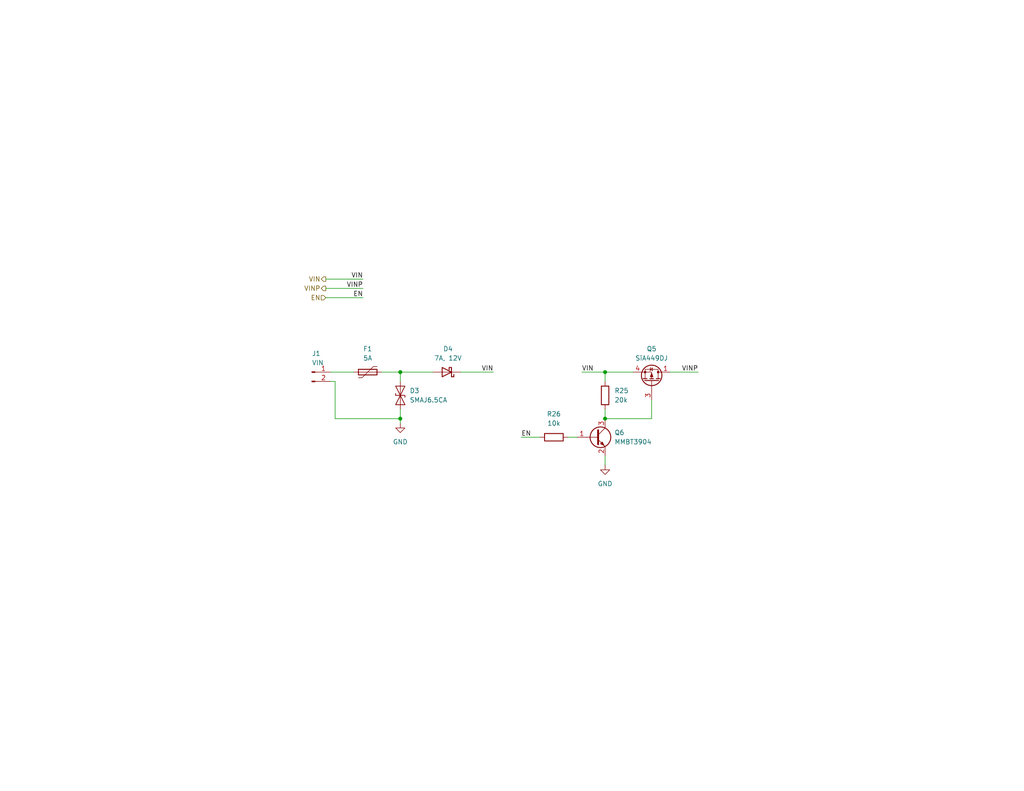
<source format=kicad_sch>
(kicad_sch
	(version 20250114)
	(generator "eeschema")
	(generator_version "9.0")
	(uuid "db08a08c-7ec0-4b5d-9e48-52c241fe8ecd")
	(paper "USLetter")
	(title_block
		(title "I²C-PPS Master Switch")
		(date "2026-02-21")
		(rev "1")
	)
	(lib_symbols
		(symbol "Connector:Conn_01x02_Pin"
			(pin_names
				(offset 1.016)
				(hide yes)
			)
			(exclude_from_sim no)
			(in_bom yes)
			(on_board yes)
			(property "Reference" "J"
				(at 0 2.54 0)
				(effects
					(font
						(size 1.27 1.27)
					)
				)
			)
			(property "Value" "Conn_01x02_Pin"
				(at 0 -5.08 0)
				(effects
					(font
						(size 1.27 1.27)
					)
				)
			)
			(property "Footprint" ""
				(at 0 0 0)
				(effects
					(font
						(size 1.27 1.27)
					)
					(hide yes)
				)
			)
			(property "Datasheet" "~"
				(at 0 0 0)
				(effects
					(font
						(size 1.27 1.27)
					)
					(hide yes)
				)
			)
			(property "Description" "Generic connector, single row, 01x02, script generated"
				(at 0 0 0)
				(effects
					(font
						(size 1.27 1.27)
					)
					(hide yes)
				)
			)
			(property "ki_locked" ""
				(at 0 0 0)
				(effects
					(font
						(size 1.27 1.27)
					)
				)
			)
			(property "ki_keywords" "connector"
				(at 0 0 0)
				(effects
					(font
						(size 1.27 1.27)
					)
					(hide yes)
				)
			)
			(property "ki_fp_filters" "Connector*:*_1x??_*"
				(at 0 0 0)
				(effects
					(font
						(size 1.27 1.27)
					)
					(hide yes)
				)
			)
			(symbol "Conn_01x02_Pin_1_1"
				(rectangle
					(start 0.8636 0.127)
					(end 0 -0.127)
					(stroke
						(width 0.1524)
						(type default)
					)
					(fill
						(type outline)
					)
				)
				(rectangle
					(start 0.8636 -2.413)
					(end 0 -2.667)
					(stroke
						(width 0.1524)
						(type default)
					)
					(fill
						(type outline)
					)
				)
				(polyline
					(pts
						(xy 1.27 0) (xy 0.8636 0)
					)
					(stroke
						(width 0.1524)
						(type default)
					)
					(fill
						(type none)
					)
				)
				(polyline
					(pts
						(xy 1.27 -2.54) (xy 0.8636 -2.54)
					)
					(stroke
						(width 0.1524)
						(type default)
					)
					(fill
						(type none)
					)
				)
				(pin passive line
					(at 5.08 0 180)
					(length 3.81)
					(name "Pin_1"
						(effects
							(font
								(size 1.27 1.27)
							)
						)
					)
					(number "1"
						(effects
							(font
								(size 1.27 1.27)
							)
						)
					)
				)
				(pin passive line
					(at 5.08 -2.54 180)
					(length 3.81)
					(name "Pin_2"
						(effects
							(font
								(size 1.27 1.27)
							)
						)
					)
					(number "2"
						(effects
							(font
								(size 1.27 1.27)
							)
						)
					)
				)
			)
			(embedded_fonts no)
		)
		(symbol "Device:D_Schottky"
			(pin_numbers
				(hide yes)
			)
			(pin_names
				(offset 1.016)
				(hide yes)
			)
			(exclude_from_sim no)
			(in_bom yes)
			(on_board yes)
			(property "Reference" "D"
				(at 0 2.54 0)
				(effects
					(font
						(size 1.27 1.27)
					)
				)
			)
			(property "Value" "D_Schottky"
				(at 0 -2.54 0)
				(effects
					(font
						(size 1.27 1.27)
					)
				)
			)
			(property "Footprint" ""
				(at 0 0 0)
				(effects
					(font
						(size 1.27 1.27)
					)
					(hide yes)
				)
			)
			(property "Datasheet" "~"
				(at 0 0 0)
				(effects
					(font
						(size 1.27 1.27)
					)
					(hide yes)
				)
			)
			(property "Description" "Schottky diode"
				(at 0 0 0)
				(effects
					(font
						(size 1.27 1.27)
					)
					(hide yes)
				)
			)
			(property "ki_keywords" "diode Schottky"
				(at 0 0 0)
				(effects
					(font
						(size 1.27 1.27)
					)
					(hide yes)
				)
			)
			(property "ki_fp_filters" "TO-???* *_Diode_* *SingleDiode* D_*"
				(at 0 0 0)
				(effects
					(font
						(size 1.27 1.27)
					)
					(hide yes)
				)
			)
			(symbol "D_Schottky_0_1"
				(polyline
					(pts
						(xy -1.905 0.635) (xy -1.905 1.27) (xy -1.27 1.27) (xy -1.27 -1.27) (xy -0.635 -1.27) (xy -0.635 -0.635)
					)
					(stroke
						(width 0.254)
						(type default)
					)
					(fill
						(type none)
					)
				)
				(polyline
					(pts
						(xy 1.27 1.27) (xy 1.27 -1.27) (xy -1.27 0) (xy 1.27 1.27)
					)
					(stroke
						(width 0.254)
						(type default)
					)
					(fill
						(type none)
					)
				)
				(polyline
					(pts
						(xy 1.27 0) (xy -1.27 0)
					)
					(stroke
						(width 0)
						(type default)
					)
					(fill
						(type none)
					)
				)
			)
			(symbol "D_Schottky_1_1"
				(pin passive line
					(at -3.81 0 0)
					(length 2.54)
					(name "K"
						(effects
							(font
								(size 1.27 1.27)
							)
						)
					)
					(number "1"
						(effects
							(font
								(size 1.27 1.27)
							)
						)
					)
				)
				(pin passive line
					(at 3.81 0 180)
					(length 2.54)
					(name "A"
						(effects
							(font
								(size 1.27 1.27)
							)
						)
					)
					(number "2"
						(effects
							(font
								(size 1.27 1.27)
							)
						)
					)
				)
			)
			(embedded_fonts no)
		)
		(symbol "Device:Polyfuse"
			(pin_numbers
				(hide yes)
			)
			(pin_names
				(offset 0)
			)
			(exclude_from_sim no)
			(in_bom yes)
			(on_board yes)
			(property "Reference" "F"
				(at -2.54 0 90)
				(effects
					(font
						(size 1.27 1.27)
					)
				)
			)
			(property "Value" "Polyfuse"
				(at 2.54 0 90)
				(effects
					(font
						(size 1.27 1.27)
					)
				)
			)
			(property "Footprint" ""
				(at 1.27 -5.08 0)
				(effects
					(font
						(size 1.27 1.27)
					)
					(justify left)
					(hide yes)
				)
			)
			(property "Datasheet" "~"
				(at 0 0 0)
				(effects
					(font
						(size 1.27 1.27)
					)
					(hide yes)
				)
			)
			(property "Description" "Resettable fuse, polymeric positive temperature coefficient"
				(at 0 0 0)
				(effects
					(font
						(size 1.27 1.27)
					)
					(hide yes)
				)
			)
			(property "ki_keywords" "resettable fuse PTC PPTC polyfuse polyswitch"
				(at 0 0 0)
				(effects
					(font
						(size 1.27 1.27)
					)
					(hide yes)
				)
			)
			(property "ki_fp_filters" "*polyfuse* *PTC*"
				(at 0 0 0)
				(effects
					(font
						(size 1.27 1.27)
					)
					(hide yes)
				)
			)
			(symbol "Polyfuse_0_1"
				(polyline
					(pts
						(xy -1.524 2.54) (xy -1.524 1.524) (xy 1.524 -1.524) (xy 1.524 -2.54)
					)
					(stroke
						(width 0)
						(type default)
					)
					(fill
						(type none)
					)
				)
				(rectangle
					(start -0.762 2.54)
					(end 0.762 -2.54)
					(stroke
						(width 0.254)
						(type default)
					)
					(fill
						(type none)
					)
				)
				(polyline
					(pts
						(xy 0 2.54) (xy 0 -2.54)
					)
					(stroke
						(width 0)
						(type default)
					)
					(fill
						(type none)
					)
				)
			)
			(symbol "Polyfuse_1_1"
				(pin passive line
					(at 0 3.81 270)
					(length 1.27)
					(name "~"
						(effects
							(font
								(size 1.27 1.27)
							)
						)
					)
					(number "1"
						(effects
							(font
								(size 1.27 1.27)
							)
						)
					)
				)
				(pin passive line
					(at 0 -3.81 90)
					(length 1.27)
					(name "~"
						(effects
							(font
								(size 1.27 1.27)
							)
						)
					)
					(number "2"
						(effects
							(font
								(size 1.27 1.27)
							)
						)
					)
				)
			)
			(embedded_fonts no)
		)
		(symbol "Device:R"
			(pin_numbers
				(hide yes)
			)
			(pin_names
				(offset 0)
			)
			(exclude_from_sim no)
			(in_bom yes)
			(on_board yes)
			(property "Reference" "R"
				(at 2.032 0 90)
				(effects
					(font
						(size 1.27 1.27)
					)
				)
			)
			(property "Value" "R"
				(at 0 0 90)
				(effects
					(font
						(size 1.27 1.27)
					)
				)
			)
			(property "Footprint" ""
				(at -1.778 0 90)
				(effects
					(font
						(size 1.27 1.27)
					)
					(hide yes)
				)
			)
			(property "Datasheet" "~"
				(at 0 0 0)
				(effects
					(font
						(size 1.27 1.27)
					)
					(hide yes)
				)
			)
			(property "Description" "Resistor"
				(at 0 0 0)
				(effects
					(font
						(size 1.27 1.27)
					)
					(hide yes)
				)
			)
			(property "ki_keywords" "R res resistor"
				(at 0 0 0)
				(effects
					(font
						(size 1.27 1.27)
					)
					(hide yes)
				)
			)
			(property "ki_fp_filters" "R_*"
				(at 0 0 0)
				(effects
					(font
						(size 1.27 1.27)
					)
					(hide yes)
				)
			)
			(symbol "R_0_1"
				(rectangle
					(start -1.016 -2.54)
					(end 1.016 2.54)
					(stroke
						(width 0.254)
						(type default)
					)
					(fill
						(type none)
					)
				)
			)
			(symbol "R_1_1"
				(pin passive line
					(at 0 3.81 270)
					(length 1.27)
					(name "~"
						(effects
							(font
								(size 1.27 1.27)
							)
						)
					)
					(number "1"
						(effects
							(font
								(size 1.27 1.27)
							)
						)
					)
				)
				(pin passive line
					(at 0 -3.81 90)
					(length 1.27)
					(name "~"
						(effects
							(font
								(size 1.27 1.27)
							)
						)
					)
					(number "2"
						(effects
							(font
								(size 1.27 1.27)
							)
						)
					)
				)
			)
			(embedded_fonts no)
		)
		(symbol "Diode:SMAJ6.5CA"
			(pin_numbers
				(hide yes)
			)
			(pin_names
				(offset 1.016)
				(hide yes)
			)
			(exclude_from_sim no)
			(in_bom yes)
			(on_board yes)
			(property "Reference" "D"
				(at 0 2.54 0)
				(effects
					(font
						(size 1.27 1.27)
					)
				)
			)
			(property "Value" "SMAJ6.5CA"
				(at 0 -2.54 0)
				(effects
					(font
						(size 1.27 1.27)
					)
				)
			)
			(property "Footprint" "Diode_SMD:D_SMA"
				(at 0 -5.08 0)
				(effects
					(font
						(size 1.27 1.27)
					)
					(hide yes)
				)
			)
			(property "Datasheet" "https://www.littelfuse.com/media?resourcetype=datasheets&itemid=75e32973-b177-4ee3-a0ff-cedaf1abdb93&filename=smaj-datasheet"
				(at 0 0 0)
				(effects
					(font
						(size 1.27 1.27)
					)
					(hide yes)
				)
			)
			(property "Description" "400W bidirectional Transient Voltage Suppressor, 6.5Vr, SMA(DO-214AC)"
				(at 0 0 0)
				(effects
					(font
						(size 1.27 1.27)
					)
					(hide yes)
				)
			)
			(property "ki_keywords" "bidirectional diode TVS voltage suppressor"
				(at 0 0 0)
				(effects
					(font
						(size 1.27 1.27)
					)
					(hide yes)
				)
			)
			(property "ki_fp_filters" "D*SMA*"
				(at 0 0 0)
				(effects
					(font
						(size 1.27 1.27)
					)
					(hide yes)
				)
			)
			(symbol "SMAJ6.5CA_0_1"
				(polyline
					(pts
						(xy -2.54 -1.27) (xy 0 0) (xy -2.54 1.27) (xy -2.54 -1.27)
					)
					(stroke
						(width 0.2032)
						(type default)
					)
					(fill
						(type none)
					)
				)
				(polyline
					(pts
						(xy 0.508 1.27) (xy 0 1.27) (xy 0 -1.27) (xy -0.508 -1.27)
					)
					(stroke
						(width 0.2032)
						(type default)
					)
					(fill
						(type none)
					)
				)
				(polyline
					(pts
						(xy 1.27 0) (xy -1.27 0)
					)
					(stroke
						(width 0)
						(type default)
					)
					(fill
						(type none)
					)
				)
				(polyline
					(pts
						(xy 2.54 1.27) (xy 2.54 -1.27) (xy 0 0) (xy 2.54 1.27)
					)
					(stroke
						(width 0.2032)
						(type default)
					)
					(fill
						(type none)
					)
				)
			)
			(symbol "SMAJ6.5CA_1_1"
				(pin passive line
					(at -3.81 0 0)
					(length 2.54)
					(name "A1"
						(effects
							(font
								(size 1.27 1.27)
							)
						)
					)
					(number "1"
						(effects
							(font
								(size 1.27 1.27)
							)
						)
					)
				)
				(pin passive line
					(at 3.81 0 180)
					(length 2.54)
					(name "A2"
						(effects
							(font
								(size 1.27 1.27)
							)
						)
					)
					(number "2"
						(effects
							(font
								(size 1.27 1.27)
							)
						)
					)
				)
			)
			(embedded_fonts no)
		)
		(symbol "Transistor_BJT:MMBT3904"
			(pin_names
				(offset 0)
				(hide yes)
			)
			(exclude_from_sim no)
			(in_bom yes)
			(on_board yes)
			(property "Reference" "Q"
				(at 5.08 1.905 0)
				(effects
					(font
						(size 1.27 1.27)
					)
					(justify left)
				)
			)
			(property "Value" "MMBT3904"
				(at 5.08 0 0)
				(effects
					(font
						(size 1.27 1.27)
					)
					(justify left)
				)
			)
			(property "Footprint" "Package_TO_SOT_SMD:SOT-23"
				(at 5.08 -1.905 0)
				(effects
					(font
						(size 1.27 1.27)
						(italic yes)
					)
					(justify left)
					(hide yes)
				)
			)
			(property "Datasheet" "https://www.onsemi.com/pdf/datasheet/pzt3904-d.pdf"
				(at 0 0 0)
				(effects
					(font
						(size 1.27 1.27)
					)
					(justify left)
					(hide yes)
				)
			)
			(property "Description" "0.2A Ic, 40V Vce, Small Signal NPN Transistor, SOT-23"
				(at 0 0 0)
				(effects
					(font
						(size 1.27 1.27)
					)
					(hide yes)
				)
			)
			(property "Sim.Device" "NPN"
				(at 0 0 0)
				(effects
					(font
						(size 1.27 1.27)
					)
					(hide yes)
				)
			)
			(property "Sim.Pins" "1=B 2=E 3=C"
				(at 0 0 0)
				(effects
					(font
						(size 1.27 1.27)
					)
					(hide yes)
				)
			)
			(property "ki_keywords" "NPN Transistor"
				(at 0 0 0)
				(effects
					(font
						(size 1.27 1.27)
					)
					(hide yes)
				)
			)
			(property "ki_fp_filters" "SOT?23*"
				(at 0 0 0)
				(effects
					(font
						(size 1.27 1.27)
					)
					(hide yes)
				)
			)
			(symbol "MMBT3904_0_1"
				(polyline
					(pts
						(xy -2.54 0) (xy 0.635 0)
					)
					(stroke
						(width 0)
						(type default)
					)
					(fill
						(type none)
					)
				)
				(polyline
					(pts
						(xy 0.635 1.905) (xy 0.635 -1.905)
					)
					(stroke
						(width 0.508)
						(type default)
					)
					(fill
						(type none)
					)
				)
				(circle
					(center 1.27 0)
					(radius 2.8194)
					(stroke
						(width 0.254)
						(type default)
					)
					(fill
						(type none)
					)
				)
			)
			(symbol "MMBT3904_1_1"
				(polyline
					(pts
						(xy 0.635 0.635) (xy 2.54 2.54)
					)
					(stroke
						(width 0)
						(type default)
					)
					(fill
						(type none)
					)
				)
				(polyline
					(pts
						(xy 0.635 -0.635) (xy 2.54 -2.54)
					)
					(stroke
						(width 0)
						(type default)
					)
					(fill
						(type none)
					)
				)
				(polyline
					(pts
						(xy 1.27 -1.778) (xy 1.778 -1.27) (xy 2.286 -2.286) (xy 1.27 -1.778)
					)
					(stroke
						(width 0)
						(type default)
					)
					(fill
						(type outline)
					)
				)
				(pin input line
					(at -5.08 0 0)
					(length 2.54)
					(name "B"
						(effects
							(font
								(size 1.27 1.27)
							)
						)
					)
					(number "1"
						(effects
							(font
								(size 1.27 1.27)
							)
						)
					)
				)
				(pin passive line
					(at 2.54 5.08 270)
					(length 2.54)
					(name "C"
						(effects
							(font
								(size 1.27 1.27)
							)
						)
					)
					(number "3"
						(effects
							(font
								(size 1.27 1.27)
							)
						)
					)
				)
				(pin passive line
					(at 2.54 -5.08 90)
					(length 2.54)
					(name "E"
						(effects
							(font
								(size 1.27 1.27)
							)
						)
					)
					(number "2"
						(effects
							(font
								(size 1.27 1.27)
							)
						)
					)
				)
			)
			(embedded_fonts no)
		)
		(symbol "Transistor_FET:SiA449DJ"
			(pin_names
				(hide yes)
			)
			(exclude_from_sim no)
			(in_bom yes)
			(on_board yes)
			(property "Reference" "Q"
				(at 5.08 1.905 0)
				(effects
					(font
						(size 1.27 1.27)
					)
					(justify left)
				)
			)
			(property "Value" "SiA449DJ"
				(at 5.08 0 0)
				(effects
					(font
						(size 1.27 1.27)
					)
					(justify left)
				)
			)
			(property "Footprint" "Package_TO_SOT_SMD:Vishay_PowerPAK_SC70-6L_Single"
				(at 5.08 -1.905 0)
				(effects
					(font
						(size 1.27 1.27)
						(italic yes)
					)
					(justify left)
					(hide yes)
				)
			)
			(property "Datasheet" "http://www.vishay.com/docs/62644/sia449dj.pdf"
				(at 5.08 -3.81 0)
				(effects
					(font
						(size 1.27 1.27)
					)
					(justify left)
					(hide yes)
				)
			)
			(property "Description" "-12A Id, -30V Vds, P-Channel MOSFET, PowerPAK SC70-6"
				(at 0 0 0)
				(effects
					(font
						(size 1.27 1.27)
					)
					(hide yes)
				)
			)
			(property "ki_keywords" "P-Channel MOSFET"
				(at 0 0 0)
				(effects
					(font
						(size 1.27 1.27)
					)
					(hide yes)
				)
			)
			(property "ki_fp_filters" "Vishay*PowerPAK*SC70*Single*"
				(at 0 0 0)
				(effects
					(font
						(size 1.27 1.27)
					)
					(hide yes)
				)
			)
			(symbol "SiA449DJ_0_1"
				(polyline
					(pts
						(xy 0.254 1.905) (xy 0.254 -1.905)
					)
					(stroke
						(width 0.254)
						(type default)
					)
					(fill
						(type none)
					)
				)
				(polyline
					(pts
						(xy 0.254 0) (xy -2.54 0)
					)
					(stroke
						(width 0)
						(type default)
					)
					(fill
						(type none)
					)
				)
				(polyline
					(pts
						(xy 0.762 2.286) (xy 0.762 1.27)
					)
					(stroke
						(width 0.254)
						(type default)
					)
					(fill
						(type none)
					)
				)
				(polyline
					(pts
						(xy 0.762 1.778) (xy 3.302 1.778) (xy 3.302 -1.778) (xy 0.762 -1.778)
					)
					(stroke
						(width 0)
						(type default)
					)
					(fill
						(type none)
					)
				)
				(polyline
					(pts
						(xy 0.762 0.508) (xy 0.762 -0.508)
					)
					(stroke
						(width 0.254)
						(type default)
					)
					(fill
						(type none)
					)
				)
				(polyline
					(pts
						(xy 0.762 -1.27) (xy 0.762 -2.286)
					)
					(stroke
						(width 0.254)
						(type default)
					)
					(fill
						(type none)
					)
				)
				(circle
					(center 1.651 0)
					(radius 2.794)
					(stroke
						(width 0.254)
						(type default)
					)
					(fill
						(type none)
					)
				)
				(polyline
					(pts
						(xy 2.286 0) (xy 1.27 0.381) (xy 1.27 -0.381) (xy 2.286 0)
					)
					(stroke
						(width 0)
						(type default)
					)
					(fill
						(type outline)
					)
				)
				(polyline
					(pts
						(xy 2.54 2.54) (xy 2.54 1.778)
					)
					(stroke
						(width 0)
						(type default)
					)
					(fill
						(type none)
					)
				)
				(circle
					(center 2.54 1.778)
					(radius 0.254)
					(stroke
						(width 0)
						(type default)
					)
					(fill
						(type outline)
					)
				)
				(circle
					(center 2.54 -1.778)
					(radius 0.254)
					(stroke
						(width 0)
						(type default)
					)
					(fill
						(type outline)
					)
				)
				(polyline
					(pts
						(xy 2.54 -2.54) (xy 2.54 0) (xy 0.762 0)
					)
					(stroke
						(width 0)
						(type default)
					)
					(fill
						(type none)
					)
				)
				(polyline
					(pts
						(xy 2.794 -0.508) (xy 2.921 -0.381) (xy 3.683 -0.381) (xy 3.81 -0.254)
					)
					(stroke
						(width 0)
						(type default)
					)
					(fill
						(type none)
					)
				)
				(polyline
					(pts
						(xy 3.302 -0.381) (xy 2.921 0.254) (xy 3.683 0.254) (xy 3.302 -0.381)
					)
					(stroke
						(width 0)
						(type default)
					)
					(fill
						(type none)
					)
				)
			)
			(symbol "SiA449DJ_1_1"
				(pin passive line
					(at -5.08 0 0)
					(length 2.54)
					(name "G"
						(effects
							(font
								(size 1.27 1.27)
							)
						)
					)
					(number "3"
						(effects
							(font
								(size 1.27 1.27)
							)
						)
					)
				)
				(pin passive line
					(at 2.54 5.08 270)
					(length 2.54)
					(name "D"
						(effects
							(font
								(size 1.27 1.27)
							)
						)
					)
					(number "1"
						(effects
							(font
								(size 1.27 1.27)
							)
						)
					)
				)
				(pin passive line
					(at 2.54 -5.08 90)
					(length 2.54)
					(name "S"
						(effects
							(font
								(size 1.27 1.27)
							)
						)
					)
					(number "4"
						(effects
							(font
								(size 1.27 1.27)
							)
						)
					)
				)
			)
			(embedded_fonts no)
		)
		(symbol "power:GND"
			(power)
			(pin_numbers
				(hide yes)
			)
			(pin_names
				(offset 0)
				(hide yes)
			)
			(exclude_from_sim no)
			(in_bom yes)
			(on_board yes)
			(property "Reference" "#PWR"
				(at 0 -6.35 0)
				(effects
					(font
						(size 1.27 1.27)
					)
					(hide yes)
				)
			)
			(property "Value" "GND"
				(at 0 -3.81 0)
				(effects
					(font
						(size 1.27 1.27)
					)
				)
			)
			(property "Footprint" ""
				(at 0 0 0)
				(effects
					(font
						(size 1.27 1.27)
					)
					(hide yes)
				)
			)
			(property "Datasheet" ""
				(at 0 0 0)
				(effects
					(font
						(size 1.27 1.27)
					)
					(hide yes)
				)
			)
			(property "Description" "Power symbol creates a global label with name \"GND\" , ground"
				(at 0 0 0)
				(effects
					(font
						(size 1.27 1.27)
					)
					(hide yes)
				)
			)
			(property "ki_keywords" "global power"
				(at 0 0 0)
				(effects
					(font
						(size 1.27 1.27)
					)
					(hide yes)
				)
			)
			(symbol "GND_0_1"
				(polyline
					(pts
						(xy 0 0) (xy 0 -1.27) (xy 1.27 -1.27) (xy 0 -2.54) (xy -1.27 -1.27) (xy 0 -1.27)
					)
					(stroke
						(width 0)
						(type default)
					)
					(fill
						(type none)
					)
				)
			)
			(symbol "GND_1_1"
				(pin power_in line
					(at 0 0 270)
					(length 0)
					(name "~"
						(effects
							(font
								(size 1.27 1.27)
							)
						)
					)
					(number "1"
						(effects
							(font
								(size 1.27 1.27)
							)
						)
					)
				)
			)
			(embedded_fonts no)
		)
	)
	(junction
		(at 109.22 114.3)
		(diameter 0)
		(color 0 0 0 0)
		(uuid "8bca9231-ac33-4f6e-8f23-e19c2d2fd18b")
	)
	(junction
		(at 165.1 114.3)
		(diameter 0)
		(color 0 0 0 0)
		(uuid "984b9abd-84f0-44bc-9b74-d81668294f7b")
	)
	(junction
		(at 109.22 101.6)
		(diameter 0)
		(color 0 0 0 0)
		(uuid "a00a69e9-c4b3-490f-b7a0-411cb8675c46")
	)
	(junction
		(at 165.1 101.6)
		(diameter 0)
		(color 0 0 0 0)
		(uuid "a705ab3f-0764-4381-89e7-7c16dd6c20b1")
	)
	(wire
		(pts
			(xy 109.22 111.76) (xy 109.22 114.3)
		)
		(stroke
			(width 0)
			(type default)
		)
		(uuid "0d4a9645-c906-4cef-a7be-6b121199f2f7")
	)
	(wire
		(pts
			(xy 165.1 101.6) (xy 172.72 101.6)
		)
		(stroke
			(width 0)
			(type default)
		)
		(uuid "11c4d6ee-085f-413a-a78d-af54b3f9cb50")
	)
	(wire
		(pts
			(xy 109.22 101.6) (xy 109.22 104.14)
		)
		(stroke
			(width 0)
			(type default)
		)
		(uuid "130228f2-845b-4837-aa4b-45af83f333b1")
	)
	(wire
		(pts
			(xy 142.24 119.38) (xy 147.32 119.38)
		)
		(stroke
			(width 0)
			(type default)
		)
		(uuid "137542eb-9242-447e-a05e-2290de43d9b2")
	)
	(wire
		(pts
			(xy 104.14 101.6) (xy 109.22 101.6)
		)
		(stroke
			(width 0)
			(type default)
		)
		(uuid "17d964ae-b0af-4516-9f8d-e64a41120dc6")
	)
	(wire
		(pts
			(xy 165.1 104.14) (xy 165.1 101.6)
		)
		(stroke
			(width 0)
			(type default)
		)
		(uuid "1ab85be6-edc7-4c62-957e-7f0775204a04")
	)
	(wire
		(pts
			(xy 165.1 111.76) (xy 165.1 114.3)
		)
		(stroke
			(width 0)
			(type default)
		)
		(uuid "1e8d3d1b-1ea6-41e3-9d4f-e2f308886894")
	)
	(wire
		(pts
			(xy 88.9 76.2) (xy 99.06 76.2)
		)
		(stroke
			(width 0)
			(type default)
		)
		(uuid "31829956-2892-40d3-993f-cce59dd59cd0")
	)
	(wire
		(pts
			(xy 182.88 101.6) (xy 190.5 101.6)
		)
		(stroke
			(width 0)
			(type default)
		)
		(uuid "39e5fb11-8480-436a-92fc-2dbd2d7d2d02")
	)
	(wire
		(pts
			(xy 177.8 114.3) (xy 165.1 114.3)
		)
		(stroke
			(width 0)
			(type default)
		)
		(uuid "4a1ef335-4d5e-471a-95a1-573f80918959")
	)
	(wire
		(pts
			(xy 88.9 78.74) (xy 99.06 78.74)
		)
		(stroke
			(width 0)
			(type default)
		)
		(uuid "4e505ff0-f310-479a-87d0-9ed09d76bcc9")
	)
	(wire
		(pts
			(xy 109.22 114.3) (xy 91.44 114.3)
		)
		(stroke
			(width 0)
			(type default)
		)
		(uuid "5dbe50f6-714c-4e21-a19a-8c439f5f83c8")
	)
	(wire
		(pts
			(xy 158.75 101.6) (xy 165.1 101.6)
		)
		(stroke
			(width 0)
			(type default)
		)
		(uuid "8a0283c9-1728-45e1-a9c7-5479bb976cca")
	)
	(wire
		(pts
			(xy 165.1 124.46) (xy 165.1 127)
		)
		(stroke
			(width 0)
			(type default)
		)
		(uuid "8b6cacf9-516b-4244-a0b4-4cc96cff517d")
	)
	(wire
		(pts
			(xy 109.22 114.3) (xy 109.22 115.57)
		)
		(stroke
			(width 0)
			(type default)
		)
		(uuid "a58101fc-3386-4e49-b58f-3b085a8146d0")
	)
	(wire
		(pts
			(xy 88.9 81.28) (xy 99.06 81.28)
		)
		(stroke
			(width 0)
			(type default)
		)
		(uuid "b0282c6c-435d-4359-bfc0-3da9606ef6a4")
	)
	(wire
		(pts
			(xy 177.8 109.22) (xy 177.8 114.3)
		)
		(stroke
			(width 0)
			(type default)
		)
		(uuid "bfe6054e-55c6-4afa-b156-b819f3dc87d0")
	)
	(wire
		(pts
			(xy 109.22 101.6) (xy 118.11 101.6)
		)
		(stroke
			(width 0)
			(type default)
		)
		(uuid "c84cce20-78cc-43f3-a732-6ac0a9c65cbe")
	)
	(wire
		(pts
			(xy 91.44 104.14) (xy 91.44 114.3)
		)
		(stroke
			(width 0)
			(type default)
		)
		(uuid "cd239a23-d39f-4d80-ad57-60e42c4c9867")
	)
	(wire
		(pts
			(xy 90.17 101.6) (xy 96.52 101.6)
		)
		(stroke
			(width 0)
			(type default)
		)
		(uuid "d4e3111a-327c-443a-96b5-2ad3ad306100")
	)
	(wire
		(pts
			(xy 90.17 104.14) (xy 91.44 104.14)
		)
		(stroke
			(width 0)
			(type default)
		)
		(uuid "e73f0590-39d3-44bf-bbc9-ffe4b7c00fd0")
	)
	(wire
		(pts
			(xy 125.73 101.6) (xy 134.62 101.6)
		)
		(stroke
			(width 0)
			(type default)
		)
		(uuid "fc86bcca-0204-447b-9583-b538a9ad0aaa")
	)
	(wire
		(pts
			(xy 154.94 119.38) (xy 157.48 119.38)
		)
		(stroke
			(width 0)
			(type default)
		)
		(uuid "fd629592-93b0-42ea-8307-6f17e082e7be")
	)
	(label "VIN"
		(at 158.75 101.6 0)
		(effects
			(font
				(size 1.27 1.27)
			)
			(justify left bottom)
		)
		(uuid "41b66cd9-f3a3-4c0d-b851-6be60c5f86d8")
	)
	(label "VIN"
		(at 134.62 101.6 180)
		(effects
			(font
				(size 1.27 1.27)
			)
			(justify right bottom)
		)
		(uuid "72036440-a591-4770-98ab-0e96c0e3a62a")
	)
	(label "VINP"
		(at 190.5 101.6 180)
		(effects
			(font
				(size 1.27 1.27)
			)
			(justify right bottom)
		)
		(uuid "862e94ad-153f-4e34-bf26-6fba02ea4609")
	)
	(label "VIN"
		(at 99.06 76.2 180)
		(effects
			(font
				(size 1.27 1.27)
			)
			(justify right bottom)
		)
		(uuid "9266c8ea-88b9-43af-a9ce-bd46ff20e032")
	)
	(label "EN"
		(at 142.24 119.38 0)
		(effects
			(font
				(size 1.27 1.27)
			)
			(justify left bottom)
		)
		(uuid "d9bb27ed-e536-4520-b7d2-7cda8a30ba36")
	)
	(label "VINP"
		(at 99.06 78.74 180)
		(effects
			(font
				(size 1.27 1.27)
			)
			(justify right bottom)
		)
		(uuid "dd78fdfa-bc85-4cb7-9c46-22474a9a52b8")
	)
	(label "EN"
		(at 99.06 81.28 180)
		(effects
			(font
				(size 1.27 1.27)
			)
			(justify right bottom)
		)
		(uuid "f893ced4-e742-4b10-aa7c-0e8a44214395")
	)
	(hierarchical_label "VINP"
		(shape output)
		(at 88.9 78.74 180)
		(effects
			(font
				(size 1.27 1.27)
			)
			(justify right)
		)
		(uuid "8c5fb20b-fc03-4c76-90d1-8e40e0725c9f")
	)
	(hierarchical_label "VIN"
		(shape output)
		(at 88.9 76.2 180)
		(effects
			(font
				(size 1.27 1.27)
			)
			(justify right)
		)
		(uuid "a42406db-dd7a-4664-bccb-85fe96360180")
	)
	(hierarchical_label "EN"
		(shape input)
		(at 88.9 81.28 180)
		(effects
			(font
				(size 1.27 1.27)
			)
			(justify right)
		)
		(uuid "b0127583-30e5-4134-ae06-97e8a8a81f6c")
	)
	(symbol
		(lib_id "Connector:Conn_01x02_Pin")
		(at 85.09 101.6 0)
		(unit 1)
		(exclude_from_sim no)
		(in_bom yes)
		(on_board yes)
		(dnp no)
		(uuid "09c056b7-6977-4acd-a450-65ef3316e26e")
		(property "Reference" "J1"
			(at 85.09 96.52 0)
			(effects
				(font
					(size 1.27 1.27)
				)
				(justify left)
			)
		)
		(property "Value" "VIN"
			(at 85.09 99.06 0)
			(effects
				(font
					(size 1.27 1.27)
				)
				(justify left)
			)
		)
		(property "Footprint" ""
			(at 85.09 101.6 0)
			(effects
				(font
					(size 1.27 1.27)
				)
				(hide yes)
			)
		)
		(property "Datasheet" "~"
			(at 85.09 101.6 0)
			(effects
				(font
					(size 1.27 1.27)
				)
				(hide yes)
			)
		)
		(property "Description" "Generic connector, single row, 01x02, script generated"
			(at 85.09 101.6 0)
			(effects
				(font
					(size 1.27 1.27)
				)
				(hide yes)
			)
		)
		(pin "2"
			(uuid "88ec1c13-7d0c-4f36-a03e-18f0a6837560")
		)
		(pin "1"
			(uuid "88142966-25fe-4cf6-a037-1571acaef466")
		)
		(instances
			(project ""
				(path "/512c4d3f-92f6-4670-bf9b-2123d46bbde3/242a0190-1834-4b2f-bfa7-cf55bc2f9217"
					(reference "J1")
					(unit 1)
				)
			)
		)
	)
	(symbol
		(lib_id "power:GND")
		(at 109.22 115.57 0)
		(unit 1)
		(exclude_from_sim no)
		(in_bom yes)
		(on_board yes)
		(dnp no)
		(fields_autoplaced yes)
		(uuid "2498a481-bd46-4639-9449-5620bb15a013")
		(property "Reference" "#PWR025"
			(at 109.22 121.92 0)
			(effects
				(font
					(size 1.27 1.27)
				)
				(hide yes)
			)
		)
		(property "Value" "GND"
			(at 109.22 120.65 0)
			(effects
				(font
					(size 1.27 1.27)
				)
			)
		)
		(property "Footprint" ""
			(at 109.22 115.57 0)
			(effects
				(font
					(size 1.27 1.27)
				)
				(hide yes)
			)
		)
		(property "Datasheet" ""
			(at 109.22 115.57 0)
			(effects
				(font
					(size 1.27 1.27)
				)
				(hide yes)
			)
		)
		(property "Description" "Power symbol creates a global label with name \"GND\" , ground"
			(at 109.22 115.57 0)
			(effects
				(font
					(size 1.27 1.27)
				)
				(hide yes)
			)
		)
		(pin "1"
			(uuid "17ab2a3a-1532-453a-bd2a-c48b25f09642")
		)
		(instances
			(project ""
				(path "/512c4d3f-92f6-4670-bf9b-2123d46bbde3/242a0190-1834-4b2f-bfa7-cf55bc2f9217"
					(reference "#PWR025")
					(unit 1)
				)
			)
		)
	)
	(symbol
		(lib_id "Device:Polyfuse")
		(at 100.33 101.6 90)
		(unit 1)
		(exclude_from_sim no)
		(in_bom yes)
		(on_board yes)
		(dnp no)
		(fields_autoplaced yes)
		(uuid "42fc4d9c-f5d8-4379-896c-f1dd3ad96d14")
		(property "Reference" "F1"
			(at 100.33 95.25 90)
			(effects
				(font
					(size 1.27 1.27)
				)
			)
		)
		(property "Value" "5A"
			(at 100.33 97.79 90)
			(effects
				(font
					(size 1.27 1.27)
				)
			)
		)
		(property "Footprint" ""
			(at 105.41 100.33 0)
			(effects
				(font
					(size 1.27 1.27)
				)
				(justify left)
				(hide yes)
			)
		)
		(property "Datasheet" "~"
			(at 100.33 101.6 0)
			(effects
				(font
					(size 1.27 1.27)
				)
				(hide yes)
			)
		)
		(property "Description" "Resettable fuse, polymeric positive temperature coefficient"
			(at 100.33 101.6 0)
			(effects
				(font
					(size 1.27 1.27)
				)
				(hide yes)
			)
		)
		(pin "2"
			(uuid "089e9f39-a3fa-4576-94a6-4d004b3a5d4d")
		)
		(pin "1"
			(uuid "3761ec7e-dd7a-4822-8523-b96454d9b0be")
		)
		(instances
			(project ""
				(path "/512c4d3f-92f6-4670-bf9b-2123d46bbde3/242a0190-1834-4b2f-bfa7-cf55bc2f9217"
					(reference "F1")
					(unit 1)
				)
			)
		)
	)
	(symbol
		(lib_id "Device:R")
		(at 151.13 119.38 90)
		(unit 1)
		(exclude_from_sim no)
		(in_bom yes)
		(on_board yes)
		(dnp no)
		(fields_autoplaced yes)
		(uuid "450cb1a5-e204-4ff6-8805-8f1c77ebe0c2")
		(property "Reference" "R26"
			(at 151.13 113.03 90)
			(effects
				(font
					(size 1.27 1.27)
				)
			)
		)
		(property "Value" "10k"
			(at 151.13 115.57 90)
			(effects
				(font
					(size 1.27 1.27)
				)
			)
		)
		(property "Footprint" "Resistor_SMD:R_0603_1608Metric_Pad0.98x0.95mm_HandSolder"
			(at 151.13 121.158 90)
			(effects
				(font
					(size 1.27 1.27)
				)
				(hide yes)
			)
		)
		(property "Datasheet" "~"
			(at 151.13 119.38 0)
			(effects
				(font
					(size 1.27 1.27)
				)
				(hide yes)
			)
		)
		(property "Description" "5%, 0.1W"
			(at 151.13 119.38 0)
			(effects
				(font
					(size 1.27 1.27)
				)
				(hide yes)
			)
		)
		(pin "1"
			(uuid "809b906e-bb72-4d51-b63a-b252545545a8")
		)
		(pin "2"
			(uuid "b3a978b1-0b09-4926-a1c3-780de28df8c9")
		)
		(instances
			(project "i2c-pps-hw"
				(path "/512c4d3f-92f6-4670-bf9b-2123d46bbde3/242a0190-1834-4b2f-bfa7-cf55bc2f9217"
					(reference "R26")
					(unit 1)
				)
			)
		)
	)
	(symbol
		(lib_id "power:GND")
		(at 165.1 127 0)
		(unit 1)
		(exclude_from_sim no)
		(in_bom yes)
		(on_board yes)
		(dnp no)
		(fields_autoplaced yes)
		(uuid "4a1d97d5-4f80-40a0-bb41-ad90f6b4fbbc")
		(property "Reference" "#PWR026"
			(at 165.1 133.35 0)
			(effects
				(font
					(size 1.27 1.27)
				)
				(hide yes)
			)
		)
		(property "Value" "GND"
			(at 165.1 132.08 0)
			(effects
				(font
					(size 1.27 1.27)
				)
			)
		)
		(property "Footprint" ""
			(at 165.1 127 0)
			(effects
				(font
					(size 1.27 1.27)
				)
				(hide yes)
			)
		)
		(property "Datasheet" ""
			(at 165.1 127 0)
			(effects
				(font
					(size 1.27 1.27)
				)
				(hide yes)
			)
		)
		(property "Description" "Power symbol creates a global label with name \"GND\" , ground"
			(at 165.1 127 0)
			(effects
				(font
					(size 1.27 1.27)
				)
				(hide yes)
			)
		)
		(pin "1"
			(uuid "3524b525-c4a9-4ae8-865f-33a089a1ff0b")
		)
		(instances
			(project "i2c-pps-hw"
				(path "/512c4d3f-92f6-4670-bf9b-2123d46bbde3/242a0190-1834-4b2f-bfa7-cf55bc2f9217"
					(reference "#PWR026")
					(unit 1)
				)
			)
		)
	)
	(symbol
		(lib_id "Device:D_Schottky")
		(at 121.92 101.6 180)
		(unit 1)
		(exclude_from_sim no)
		(in_bom yes)
		(on_board yes)
		(dnp no)
		(fields_autoplaced yes)
		(uuid "4dc2ed04-3fb0-4387-ac1b-74751e449e2f")
		(property "Reference" "D4"
			(at 122.2375 95.25 0)
			(effects
				(font
					(size 1.27 1.27)
				)
			)
		)
		(property "Value" "7A, 12V"
			(at 122.2375 97.79 0)
			(effects
				(font
					(size 1.27 1.27)
				)
			)
		)
		(property "Footprint" ""
			(at 121.92 101.6 0)
			(effects
				(font
					(size 1.27 1.27)
				)
				(hide yes)
			)
		)
		(property "Datasheet" "~"
			(at 121.92 101.6 0)
			(effects
				(font
					(size 1.27 1.27)
				)
				(hide yes)
			)
		)
		(property "Description" "Schottky diode"
			(at 121.92 101.6 0)
			(effects
				(font
					(size 1.27 1.27)
				)
				(hide yes)
			)
		)
		(pin "2"
			(uuid "d80abdeb-70b2-4c56-90ed-7085105a7e7b")
		)
		(pin "1"
			(uuid "0919f2ad-14fd-4000-abc5-175c7988e18c")
		)
		(instances
			(project ""
				(path "/512c4d3f-92f6-4670-bf9b-2123d46bbde3/242a0190-1834-4b2f-bfa7-cf55bc2f9217"
					(reference "D4")
					(unit 1)
				)
			)
		)
	)
	(symbol
		(lib_id "Diode:SMAJ6.5CA")
		(at 109.22 107.95 90)
		(unit 1)
		(exclude_from_sim no)
		(in_bom yes)
		(on_board yes)
		(dnp no)
		(fields_autoplaced yes)
		(uuid "9997a773-d850-46a5-941b-432c34c81f1d")
		(property "Reference" "D3"
			(at 111.76 106.6799 90)
			(effects
				(font
					(size 1.27 1.27)
				)
				(justify right)
			)
		)
		(property "Value" "SMAJ6.5CA"
			(at 111.76 109.2199 90)
			(effects
				(font
					(size 1.27 1.27)
				)
				(justify right)
			)
		)
		(property "Footprint" "Diode_SMD:D_SMA"
			(at 114.3 107.95 0)
			(effects
				(font
					(size 1.27 1.27)
				)
				(hide yes)
			)
		)
		(property "Datasheet" "https://www.littelfuse.com/media?resourcetype=datasheets&itemid=75e32973-b177-4ee3-a0ff-cedaf1abdb93&filename=smaj-datasheet"
			(at 109.22 107.95 0)
			(effects
				(font
					(size 1.27 1.27)
				)
				(hide yes)
			)
		)
		(property "Description" "400W bidirectional Transient Voltage Suppressor, 6.5Vr, SMA(DO-214AC)"
			(at 109.22 107.95 0)
			(effects
				(font
					(size 1.27 1.27)
				)
				(hide yes)
			)
		)
		(pin "2"
			(uuid "ed321e8c-3110-43ca-bae8-a846b62823df")
		)
		(pin "1"
			(uuid "f307d962-19be-4dfc-b256-75863d9ce1c4")
		)
		(instances
			(project ""
				(path "/512c4d3f-92f6-4670-bf9b-2123d46bbde3/242a0190-1834-4b2f-bfa7-cf55bc2f9217"
					(reference "D3")
					(unit 1)
				)
			)
		)
	)
	(symbol
		(lib_id "Transistor_BJT:MMBT3904")
		(at 162.56 119.38 0)
		(unit 1)
		(exclude_from_sim no)
		(in_bom yes)
		(on_board yes)
		(dnp no)
		(fields_autoplaced yes)
		(uuid "a4f4fd25-ee86-4386-8648-8aa0e8491228")
		(property "Reference" "Q6"
			(at 167.64 118.1099 0)
			(effects
				(font
					(size 1.27 1.27)
				)
				(justify left)
			)
		)
		(property "Value" "MMBT3904"
			(at 167.64 120.6499 0)
			(effects
				(font
					(size 1.27 1.27)
				)
				(justify left)
			)
		)
		(property "Footprint" "Package_TO_SOT_SMD:SOT-23"
			(at 167.64 121.285 0)
			(effects
				(font
					(size 1.27 1.27)
					(italic yes)
				)
				(justify left)
				(hide yes)
			)
		)
		(property "Datasheet" "https://www.onsemi.com/pdf/datasheet/pzt3904-d.pdf"
			(at 162.56 119.38 0)
			(effects
				(font
					(size 1.27 1.27)
				)
				(justify left)
				(hide yes)
			)
		)
		(property "Description" "0.2A Ic, 40V Vce, Small Signal NPN Transistor, SOT-23"
			(at 162.56 119.38 0)
			(effects
				(font
					(size 1.27 1.27)
				)
				(hide yes)
			)
		)
		(property "Sim.Device" "NPN"
			(at 162.56 119.38 0)
			(effects
				(font
					(size 1.27 1.27)
				)
				(hide yes)
			)
		)
		(property "Sim.Pins" "1=B 2=E 3=C"
			(at 162.56 119.38 0)
			(effects
				(font
					(size 1.27 1.27)
				)
				(hide yes)
			)
		)
		(pin "1"
			(uuid "1746a8da-5b80-47f2-8abd-ace70b500af1")
		)
		(pin "2"
			(uuid "beb66bfc-5a0e-41a5-9390-d801ef6d343f")
		)
		(pin "3"
			(uuid "e7fd5e39-9c63-4798-a1bd-ee80fe66700f")
		)
		(instances
			(project ""
				(path "/512c4d3f-92f6-4670-bf9b-2123d46bbde3/242a0190-1834-4b2f-bfa7-cf55bc2f9217"
					(reference "Q6")
					(unit 1)
				)
			)
		)
	)
	(symbol
		(lib_id "Device:R")
		(at 165.1 107.95 0)
		(unit 1)
		(exclude_from_sim no)
		(in_bom yes)
		(on_board yes)
		(dnp no)
		(fields_autoplaced yes)
		(uuid "b6eead28-4a79-4bfb-a5f0-723061063f2a")
		(property "Reference" "R25"
			(at 167.64 106.6799 0)
			(effects
				(font
					(size 1.27 1.27)
				)
				(justify left)
			)
		)
		(property "Value" "20k"
			(at 167.64 109.2199 0)
			(effects
				(font
					(size 1.27 1.27)
				)
				(justify left)
			)
		)
		(property "Footprint" "Resistor_SMD:R_0603_1608Metric_Pad0.98x0.95mm_HandSolder"
			(at 163.322 107.95 90)
			(effects
				(font
					(size 1.27 1.27)
				)
				(hide yes)
			)
		)
		(property "Datasheet" "~"
			(at 165.1 107.95 0)
			(effects
				(font
					(size 1.27 1.27)
				)
				(hide yes)
			)
		)
		(property "Description" "5%, 0.1W"
			(at 165.1 107.95 0)
			(effects
				(font
					(size 1.27 1.27)
				)
				(hide yes)
			)
		)
		(pin "1"
			(uuid "d1fe4269-b493-44ad-ac0a-d24bdfbd5d0e")
		)
		(pin "2"
			(uuid "216ae7d4-7cdb-4d42-9b03-598ced6a9ab6")
		)
		(instances
			(project ""
				(path "/512c4d3f-92f6-4670-bf9b-2123d46bbde3/242a0190-1834-4b2f-bfa7-cf55bc2f9217"
					(reference "R25")
					(unit 1)
				)
			)
		)
	)
	(symbol
		(lib_id "Transistor_FET:SiA449DJ")
		(at 177.8 104.14 270)
		(mirror x)
		(unit 1)
		(exclude_from_sim no)
		(in_bom yes)
		(on_board yes)
		(dnp no)
		(uuid "d9263aab-6254-40ee-a091-482af780d3be")
		(property "Reference" "Q5"
			(at 177.8 95.25 90)
			(effects
				(font
					(size 1.27 1.27)
				)
			)
		)
		(property "Value" "SiA449DJ"
			(at 177.8 97.79 90)
			(effects
				(font
					(size 1.27 1.27)
				)
			)
		)
		(property "Footprint" "Package_TO_SOT_SMD:Vishay_PowerPAK_SC70-6L_Single"
			(at 175.895 99.06 0)
			(effects
				(font
					(size 1.27 1.27)
					(italic yes)
				)
				(justify left)
				(hide yes)
			)
		)
		(property "Datasheet" "http://www.vishay.com/docs/62644/sia449dj.pdf"
			(at 173.99 99.06 0)
			(effects
				(font
					(size 1.27 1.27)
				)
				(justify left)
				(hide yes)
			)
		)
		(property "Description" "-12A Id, -30V Vds, P-Channel MOSFET, PowerPAK SC70-6"
			(at 177.8 104.14 0)
			(effects
				(font
					(size 1.27 1.27)
				)
				(hide yes)
			)
		)
		(pin "4"
			(uuid "5800fc7a-c7a6-4cd6-9589-5542006c6bf6")
		)
		(pin "3"
			(uuid "4e2b68f2-9c2b-49ea-b9f6-e80cd5a9440f")
		)
		(pin "1"
			(uuid "e66eb215-4cf0-4814-957f-5964bda744b3")
		)
		(instances
			(project ""
				(path "/512c4d3f-92f6-4670-bf9b-2123d46bbde3/242a0190-1834-4b2f-bfa7-cf55bc2f9217"
					(reference "Q5")
					(unit 1)
				)
			)
		)
	)
)

</source>
